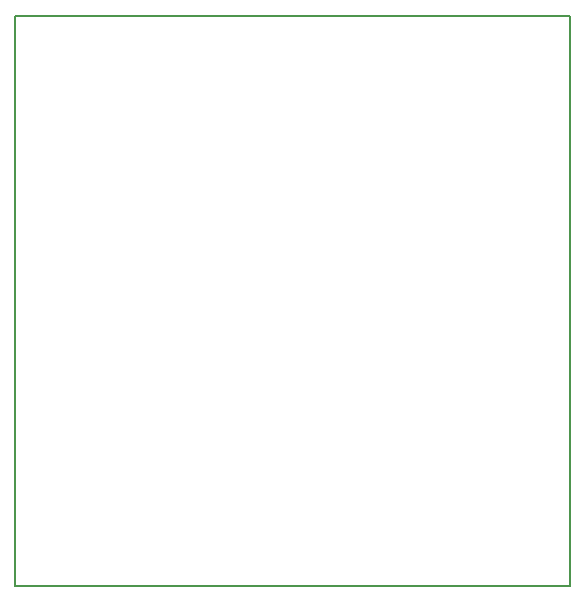
<source format=gbr>
G04 #@! TF.FileFunction,Other,User*
%FSLAX46Y46*%
G04 Gerber Fmt 4.6, Leading zero omitted, Abs format (unit mm)*
G04 Created by KiCad (PCBNEW 4.0.5) date 02/22/17 14:21:07*
%MOMM*%
%LPD*%
G01*
G04 APERTURE LIST*
%ADD10C,0.127000*%
%ADD11C,0.200000*%
G04 APERTURE END LIST*
D10*
D11*
X46990000Y0D02*
X0Y0D01*
X46990000Y48260000D02*
X46990000Y0D01*
X0Y48260000D02*
X46990000Y48260000D01*
X0Y0D02*
X0Y48260000D01*
M02*

</source>
